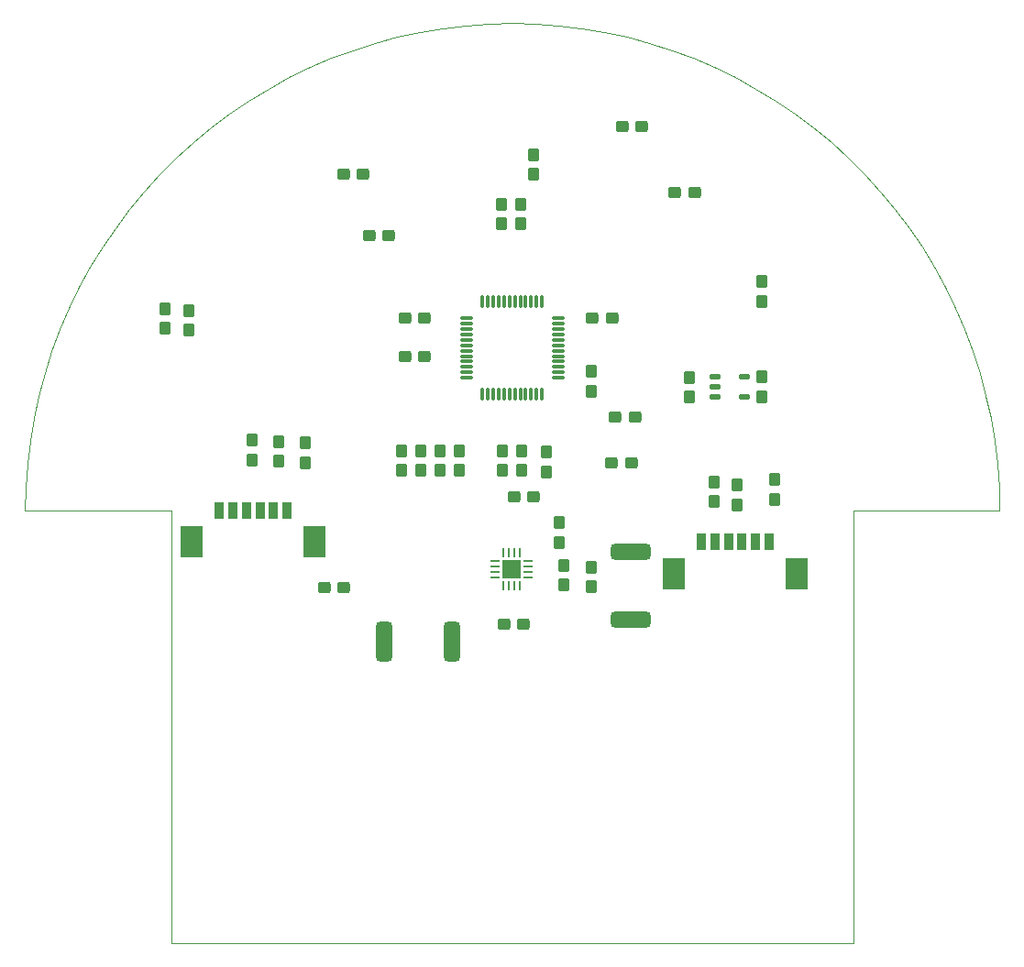
<source format=gtp>
%FSLAX25Y25*%
%MOIN*%
G70*
G01*
G75*
G04 Layer_Color=8421504*
%ADD10R,0.03189X0.06299*%
%ADD11R,0.08268X0.11811*%
G04:AMPARAMS|DCode=12|XSize=98.43mil|YSize=196.85mil|CornerRadius=24.61mil|HoleSize=0mil|Usage=FLASHONLY|Rotation=180.000|XOffset=0mil|YOffset=0mil|HoleType=Round|Shape=RoundedRectangle|*
%AMROUNDEDRECTD12*
21,1,0.09843,0.14764,0,0,180.0*
21,1,0.04921,0.19685,0,0,180.0*
1,1,0.04921,-0.02461,0.07382*
1,1,0.04921,0.02461,0.07382*
1,1,0.04921,0.02461,-0.07382*
1,1,0.04921,-0.02461,-0.07382*
%
%ADD12ROUNDEDRECTD12*%
%ADD13C,0.05906*%
%ADD14R,0.07087X0.07087*%
%ADD15O,0.00984X0.03543*%
%ADD16O,0.03543X0.00984*%
G04:AMPARAMS|DCode=17|XSize=11.81mil|YSize=47.24mil|CornerRadius=2.95mil|HoleSize=0mil|Usage=FLASHONLY|Rotation=180.000|XOffset=0mil|YOffset=0mil|HoleType=Round|Shape=RoundedRectangle|*
%AMROUNDEDRECTD17*
21,1,0.01181,0.04134,0,0,180.0*
21,1,0.00591,0.04724,0,0,180.0*
1,1,0.00591,-0.00295,0.02067*
1,1,0.00591,0.00295,0.02067*
1,1,0.00591,0.00295,-0.02067*
1,1,0.00591,-0.00295,-0.02067*
%
%ADD17ROUNDEDRECTD17*%
G04:AMPARAMS|DCode=18|XSize=11.81mil|YSize=47.24mil|CornerRadius=2.95mil|HoleSize=0mil|Usage=FLASHONLY|Rotation=90.000|XOffset=0mil|YOffset=0mil|HoleType=Round|Shape=RoundedRectangle|*
%AMROUNDEDRECTD18*
21,1,0.01181,0.04134,0,0,90.0*
21,1,0.00591,0.04724,0,0,90.0*
1,1,0.00591,0.02067,0.00295*
1,1,0.00591,0.02067,-0.00295*
1,1,0.00591,-0.02067,-0.00295*
1,1,0.00591,-0.02067,0.00295*
%
%ADD18ROUNDEDRECTD18*%
G04:AMPARAMS|DCode=19|XSize=145.67mil|YSize=59.06mil|CornerRadius=14.76mil|HoleSize=0mil|Usage=FLASHONLY|Rotation=270.000|XOffset=0mil|YOffset=0mil|HoleType=Round|Shape=RoundedRectangle|*
%AMROUNDEDRECTD19*
21,1,0.14567,0.02953,0,0,270.0*
21,1,0.11614,0.05906,0,0,270.0*
1,1,0.02953,-0.01476,-0.05807*
1,1,0.02953,-0.01476,0.05807*
1,1,0.02953,0.01476,0.05807*
1,1,0.02953,0.01476,-0.05807*
%
%ADD19ROUNDEDRECTD19*%
G04:AMPARAMS|DCode=20|XSize=145.67mil|YSize=59.06mil|CornerRadius=14.76mil|HoleSize=0mil|Usage=FLASHONLY|Rotation=180.000|XOffset=0mil|YOffset=0mil|HoleType=Round|Shape=RoundedRectangle|*
%AMROUNDEDRECTD20*
21,1,0.14567,0.02953,0,0,180.0*
21,1,0.11614,0.05906,0,0,180.0*
1,1,0.02953,-0.05807,0.01476*
1,1,0.02953,0.05807,0.01476*
1,1,0.02953,0.05807,-0.01476*
1,1,0.02953,-0.05807,-0.01476*
%
%ADD20ROUNDEDRECTD20*%
G04:AMPARAMS|DCode=21|XSize=41.34mil|YSize=47.24mil|CornerRadius=10.34mil|HoleSize=0mil|Usage=FLASHONLY|Rotation=270.000|XOffset=0mil|YOffset=0mil|HoleType=Round|Shape=RoundedRectangle|*
%AMROUNDEDRECTD21*
21,1,0.04134,0.02658,0,0,270.0*
21,1,0.02067,0.04724,0,0,270.0*
1,1,0.02067,-0.01329,-0.01034*
1,1,0.02067,-0.01329,0.01034*
1,1,0.02067,0.01329,0.01034*
1,1,0.02067,0.01329,-0.01034*
%
%ADD21ROUNDEDRECTD21*%
G04:AMPARAMS|DCode=22|XSize=41.34mil|YSize=47.24mil|CornerRadius=10.34mil|HoleSize=0mil|Usage=FLASHONLY|Rotation=180.000|XOffset=0mil|YOffset=0mil|HoleType=Round|Shape=RoundedRectangle|*
%AMROUNDEDRECTD22*
21,1,0.04134,0.02658,0,0,180.0*
21,1,0.02067,0.04724,0,0,180.0*
1,1,0.02067,-0.01034,0.01329*
1,1,0.02067,0.01034,0.01329*
1,1,0.02067,0.01034,-0.01329*
1,1,0.02067,-0.01034,-0.01329*
%
%ADD22ROUNDEDRECTD22*%
G04:AMPARAMS|DCode=23|XSize=21.65mil|YSize=39.37mil|CornerRadius=5.41mil|HoleSize=0mil|Usage=FLASHONLY|Rotation=270.000|XOffset=0mil|YOffset=0mil|HoleType=Round|Shape=RoundedRectangle|*
%AMROUNDEDRECTD23*
21,1,0.02165,0.02854,0,0,270.0*
21,1,0.01083,0.03937,0,0,270.0*
1,1,0.01083,-0.01427,-0.00541*
1,1,0.01083,-0.01427,0.00541*
1,1,0.01083,0.01427,0.00541*
1,1,0.01083,0.01427,-0.00541*
%
%ADD23ROUNDEDRECTD23*%
%ADD24C,0.00787*%
%ADD25C,0.00394*%
%ADD26O,0.07087X0.06299*%
G04:AMPARAMS|DCode=27|XSize=37.4mil|YSize=37.4mil|CornerRadius=9.35mil|HoleSize=0mil|Usage=FLASHONLY|Rotation=90.000|XOffset=0mil|YOffset=0mil|HoleType=Round|Shape=RoundedRectangle|*
%AMROUNDEDRECTD27*
21,1,0.03740,0.01870,0,0,90.0*
21,1,0.01870,0.03740,0,0,90.0*
1,1,0.01870,0.00935,0.00935*
1,1,0.01870,0.00935,-0.00935*
1,1,0.01870,-0.00935,-0.00935*
1,1,0.01870,-0.00935,0.00935*
%
%ADD27ROUNDEDRECTD27*%
%ADD28C,0.03740*%
%ADD29C,0.01969*%
%ADD30C,0.03937*%
%ADD31C,0.00984*%
%ADD32C,0.01000*%
D10*
X-81890Y157559D02*
D03*
X-86811D02*
D03*
X-96653D02*
D03*
X-106496D02*
D03*
X-101575D02*
D03*
X-91732D02*
D03*
X93405Y145945D02*
D03*
X88484D02*
D03*
X78642D02*
D03*
X68799D02*
D03*
X73721D02*
D03*
X83563D02*
D03*
D11*
X-116535Y146142D02*
D03*
X-71850D02*
D03*
X58760Y134528D02*
D03*
X103445D02*
D03*
D14*
X-197Y136122D02*
D03*
D15*
X-3150Y142126D02*
D03*
X-1181D02*
D03*
X787D02*
D03*
X2756D02*
D03*
Y130118D02*
D03*
X787D02*
D03*
X-1181D02*
D03*
X-3150D02*
D03*
D16*
X5807Y139075D02*
D03*
Y137106D02*
D03*
Y135138D02*
D03*
Y133169D02*
D03*
X-6201D02*
D03*
Y135138D02*
D03*
Y137106D02*
D03*
Y139075D02*
D03*
D17*
X-10827Y233268D02*
D03*
X-8858D02*
D03*
X-6890D02*
D03*
X-4921D02*
D03*
X-2953D02*
D03*
X984D02*
D03*
X2953D02*
D03*
X4921D02*
D03*
X6890D02*
D03*
X8858D02*
D03*
X10827D02*
D03*
Y199803D02*
D03*
X8858D02*
D03*
X6890D02*
D03*
X4921D02*
D03*
X2953D02*
D03*
X984D02*
D03*
X-984D02*
D03*
X-2953D02*
D03*
X-4921D02*
D03*
X-6890D02*
D03*
X-8858D02*
D03*
X-10827D02*
D03*
X-984Y233268D02*
D03*
D18*
X16732Y227362D02*
D03*
Y225394D02*
D03*
Y223425D02*
D03*
Y221457D02*
D03*
Y219488D02*
D03*
Y217520D02*
D03*
Y213583D02*
D03*
Y209646D02*
D03*
Y207677D02*
D03*
Y205709D02*
D03*
X-16732D02*
D03*
Y207677D02*
D03*
Y209646D02*
D03*
Y211614D02*
D03*
Y213583D02*
D03*
Y215551D02*
D03*
Y217520D02*
D03*
Y219488D02*
D03*
Y221457D02*
D03*
Y223425D02*
D03*
Y225394D02*
D03*
Y227362D02*
D03*
X16732Y215551D02*
D03*
Y211614D02*
D03*
D19*
X-46555Y109646D02*
D03*
X-21949D02*
D03*
D20*
X43012Y142520D02*
D03*
Y117913D02*
D03*
D21*
X66339Y273228D02*
D03*
X59252D02*
D03*
X-61319Y279823D02*
D03*
X-54232D02*
D03*
X689Y162402D02*
D03*
X7776D02*
D03*
X-61122Y129528D02*
D03*
X-68209D02*
D03*
X44685Y191437D02*
D03*
X37598D02*
D03*
X-44783Y257480D02*
D03*
X-51870D02*
D03*
X-31890Y213583D02*
D03*
X-38976D02*
D03*
X-31791Y227362D02*
D03*
X-38878D02*
D03*
X29232D02*
D03*
X36319D02*
D03*
X4134Y115945D02*
D03*
X-2953D02*
D03*
X43307Y174803D02*
D03*
X36220D02*
D03*
X39961Y296949D02*
D03*
X47047D02*
D03*
D22*
X-40256Y171949D02*
D03*
Y179035D02*
D03*
X-33169Y171949D02*
D03*
Y179035D02*
D03*
X-26280Y171949D02*
D03*
Y179035D02*
D03*
X-19390Y171949D02*
D03*
Y179035D02*
D03*
X-3445Y172047D02*
D03*
Y179134D02*
D03*
X3543Y172047D02*
D03*
Y179134D02*
D03*
X-3937Y268799D02*
D03*
Y261713D02*
D03*
X-84941Y175295D02*
D03*
Y182382D02*
D03*
X81693Y166634D02*
D03*
Y159547D02*
D03*
X-75197Y174902D02*
D03*
Y181988D02*
D03*
X95472Y168602D02*
D03*
Y161516D02*
D03*
X17126Y145866D02*
D03*
Y152953D02*
D03*
X18602Y137402D02*
D03*
Y130315D02*
D03*
X28642Y136811D02*
D03*
Y129724D02*
D03*
X3051Y261713D02*
D03*
Y268799D02*
D03*
X7874Y279823D02*
D03*
Y286909D02*
D03*
X28642Y200886D02*
D03*
Y207972D02*
D03*
X90650Y233563D02*
D03*
Y240650D02*
D03*
X-94685Y182972D02*
D03*
Y175886D02*
D03*
X73524Y167815D02*
D03*
Y160728D02*
D03*
X12402Y178642D02*
D03*
Y171555D02*
D03*
X90847Y206004D02*
D03*
Y198917D02*
D03*
X64370Y205709D02*
D03*
Y198622D02*
D03*
X-126181Y230807D02*
D03*
Y223721D02*
D03*
X-117717Y223031D02*
D03*
Y230118D02*
D03*
D23*
X84350Y206201D02*
D03*
Y198721D02*
D03*
X73721D02*
D03*
Y202461D02*
D03*
Y206201D02*
D03*
D25*
X124016Y157480D02*
X177165Y157480D01*
X124016Y0D02*
Y157480D01*
X-124016Y-0D02*
X124016Y0D01*
X-124016Y-0D02*
Y157480D01*
X-177165Y157480D02*
X-124016Y157480D01*
X-177165Y157480D02*
X-176965Y165910D01*
X-176363Y174321D01*
X-175362Y182694D01*
X-173964Y191009D01*
X-172171Y199249D01*
X-169989Y207394D01*
X-167421Y215425D01*
X-164475Y223326D01*
X-161155Y231077D01*
X-157471Y238662D01*
X-153430Y246063D01*
X-149041Y253263D01*
X-144315Y260246D01*
X-139261Y266997D01*
X-133893Y273499D01*
X-128221Y279738D01*
X-122258Y285701D01*
X-116019Y291373D01*
X-109517Y296742D01*
X-102766Y301795D01*
X-95783Y306521D01*
X-88583Y310910D01*
X-81182Y314951D01*
X-73597Y318636D01*
X-65846Y321955D01*
X-57945Y324902D01*
X-49913Y327469D01*
X-41768Y329652D01*
X-33529Y331444D01*
X-25213Y332842D01*
X-16841Y333843D01*
X-8430Y334445D01*
X-0Y334646D01*
X8430Y334445D01*
X16841Y333843D01*
X25213Y332842D01*
X33529Y331444D01*
X41768Y329652D01*
X49913Y327469D01*
X57945Y324902D01*
X65846Y321955D01*
X73597Y318636D01*
X81182Y314951D01*
X88583Y310910D01*
X95783Y306521D01*
X102766Y301795D01*
X109516Y296742D01*
X116019Y291373D01*
X122258Y285701D01*
X128220Y279738D01*
X133893Y273499D01*
X139261Y266997D01*
X144315Y260246D01*
X149041Y253263D01*
X153430Y246063D01*
X157471Y238662D01*
X161155Y231078D01*
X164474Y223326D01*
X167421Y215425D01*
X169989Y207394D01*
X172171Y199249D01*
X173964Y191009D01*
X175362Y182694D01*
X176363Y174321D01*
X176965Y165910D01*
X177165Y157480D01*
M02*

</source>
